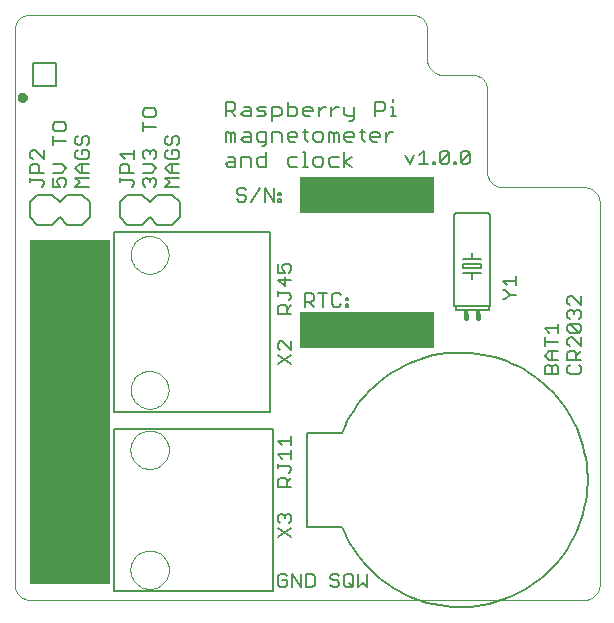
<source format=gto>
G75*
G70*
%OFA0B0*%
%FSLAX24Y24*%
%IPPOS*%
%LPD*%
%AMOC8*
5,1,8,0,0,1.08239X$1,22.5*
%
%ADD10C,0.0000*%
%ADD11C,0.0050*%
%ADD12C,0.0070*%
%ADD13R,0.4500X0.1200*%
%ADD14R,0.2700X1.1500*%
%ADD15C,0.0160*%
%ADD16C,0.0060*%
%ADD17R,0.0160X0.0230*%
%ADD18C,0.0080*%
D10*
X002680Y002680D02*
X021180Y002680D01*
X021224Y002682D01*
X021267Y002688D01*
X021309Y002697D01*
X021351Y002710D01*
X021391Y002727D01*
X021430Y002747D01*
X021467Y002770D01*
X021501Y002797D01*
X021534Y002826D01*
X021563Y002859D01*
X021590Y002893D01*
X021613Y002930D01*
X021633Y002969D01*
X021650Y003009D01*
X021663Y003051D01*
X021672Y003093D01*
X021678Y003136D01*
X021680Y003180D01*
X021680Y015930D01*
X021678Y015974D01*
X021672Y016017D01*
X021663Y016059D01*
X021650Y016101D01*
X021633Y016141D01*
X021613Y016180D01*
X021590Y016217D01*
X021563Y016251D01*
X021534Y016284D01*
X021501Y016313D01*
X021467Y016340D01*
X021430Y016363D01*
X021391Y016383D01*
X021351Y016400D01*
X021309Y016413D01*
X021267Y016422D01*
X021224Y016428D01*
X021180Y016430D01*
X018430Y016430D01*
X018386Y016432D01*
X018343Y016438D01*
X018301Y016447D01*
X018259Y016460D01*
X018219Y016477D01*
X018180Y016497D01*
X018143Y016520D01*
X018109Y016547D01*
X018076Y016576D01*
X018047Y016609D01*
X018020Y016643D01*
X017997Y016680D01*
X017977Y016719D01*
X017960Y016759D01*
X017947Y016801D01*
X017938Y016843D01*
X017932Y016886D01*
X017930Y016930D01*
X017930Y019680D01*
X017928Y019724D01*
X017922Y019767D01*
X017913Y019809D01*
X017900Y019851D01*
X017883Y019891D01*
X017863Y019930D01*
X017840Y019967D01*
X017813Y020001D01*
X017784Y020034D01*
X017751Y020063D01*
X017717Y020090D01*
X017680Y020113D01*
X017641Y020133D01*
X017601Y020150D01*
X017559Y020163D01*
X017517Y020172D01*
X017474Y020178D01*
X017430Y020180D01*
X016430Y020180D01*
X016386Y020182D01*
X016343Y020188D01*
X016301Y020197D01*
X016259Y020210D01*
X016219Y020227D01*
X016180Y020247D01*
X016143Y020270D01*
X016109Y020297D01*
X016076Y020326D01*
X016047Y020359D01*
X016020Y020393D01*
X015997Y020430D01*
X015977Y020469D01*
X015960Y020509D01*
X015947Y020551D01*
X015938Y020593D01*
X015932Y020636D01*
X015930Y020680D01*
X015930Y021680D01*
X015928Y021724D01*
X015922Y021767D01*
X015913Y021809D01*
X015900Y021851D01*
X015883Y021891D01*
X015863Y021930D01*
X015840Y021967D01*
X015813Y022001D01*
X015784Y022034D01*
X015751Y022063D01*
X015717Y022090D01*
X015680Y022113D01*
X015641Y022133D01*
X015601Y022150D01*
X015559Y022163D01*
X015517Y022172D01*
X015474Y022178D01*
X015430Y022180D01*
X002680Y022180D01*
X002636Y022178D01*
X002593Y022172D01*
X002551Y022163D01*
X002509Y022150D01*
X002469Y022133D01*
X002430Y022113D01*
X002393Y022090D01*
X002359Y022063D01*
X002326Y022034D01*
X002297Y022001D01*
X002270Y021967D01*
X002247Y021930D01*
X002227Y021891D01*
X002210Y021851D01*
X002197Y021809D01*
X002188Y021767D01*
X002182Y021724D01*
X002180Y021680D01*
X002180Y003180D01*
X002182Y003136D01*
X002188Y003093D01*
X002197Y003051D01*
X002210Y003009D01*
X002227Y002969D01*
X002247Y002930D01*
X002270Y002893D01*
X002297Y002859D01*
X002326Y002826D01*
X002359Y002797D01*
X002393Y002770D01*
X002430Y002747D01*
X002469Y002727D01*
X002509Y002710D01*
X002551Y002697D01*
X002593Y002688D01*
X002636Y002682D01*
X002680Y002680D01*
X006040Y003680D02*
X006042Y003730D01*
X006048Y003780D01*
X006058Y003829D01*
X006071Y003878D01*
X006089Y003925D01*
X006110Y003971D01*
X006134Y004014D01*
X006162Y004056D01*
X006193Y004096D01*
X006227Y004133D01*
X006264Y004167D01*
X006304Y004198D01*
X006346Y004226D01*
X006389Y004250D01*
X006435Y004271D01*
X006482Y004289D01*
X006531Y004302D01*
X006580Y004312D01*
X006630Y004318D01*
X006680Y004320D01*
X006730Y004318D01*
X006780Y004312D01*
X006829Y004302D01*
X006878Y004289D01*
X006925Y004271D01*
X006971Y004250D01*
X007014Y004226D01*
X007056Y004198D01*
X007096Y004167D01*
X007133Y004133D01*
X007167Y004096D01*
X007198Y004056D01*
X007226Y004014D01*
X007250Y003971D01*
X007271Y003925D01*
X007289Y003878D01*
X007302Y003829D01*
X007312Y003780D01*
X007318Y003730D01*
X007320Y003680D01*
X007318Y003630D01*
X007312Y003580D01*
X007302Y003531D01*
X007289Y003482D01*
X007271Y003435D01*
X007250Y003389D01*
X007226Y003346D01*
X007198Y003304D01*
X007167Y003264D01*
X007133Y003227D01*
X007096Y003193D01*
X007056Y003162D01*
X007014Y003134D01*
X006971Y003110D01*
X006925Y003089D01*
X006878Y003071D01*
X006829Y003058D01*
X006780Y003048D01*
X006730Y003042D01*
X006680Y003040D01*
X006630Y003042D01*
X006580Y003048D01*
X006531Y003058D01*
X006482Y003071D01*
X006435Y003089D01*
X006389Y003110D01*
X006346Y003134D01*
X006304Y003162D01*
X006264Y003193D01*
X006227Y003227D01*
X006193Y003264D01*
X006162Y003304D01*
X006134Y003346D01*
X006110Y003389D01*
X006089Y003435D01*
X006071Y003482D01*
X006058Y003531D01*
X006048Y003580D01*
X006042Y003630D01*
X006040Y003680D01*
X006040Y007680D02*
X006042Y007730D01*
X006048Y007780D01*
X006058Y007829D01*
X006071Y007878D01*
X006089Y007925D01*
X006110Y007971D01*
X006134Y008014D01*
X006162Y008056D01*
X006193Y008096D01*
X006227Y008133D01*
X006264Y008167D01*
X006304Y008198D01*
X006346Y008226D01*
X006389Y008250D01*
X006435Y008271D01*
X006482Y008289D01*
X006531Y008302D01*
X006580Y008312D01*
X006630Y008318D01*
X006680Y008320D01*
X006730Y008318D01*
X006780Y008312D01*
X006829Y008302D01*
X006878Y008289D01*
X006925Y008271D01*
X006971Y008250D01*
X007014Y008226D01*
X007056Y008198D01*
X007096Y008167D01*
X007133Y008133D01*
X007167Y008096D01*
X007198Y008056D01*
X007226Y008014D01*
X007250Y007971D01*
X007271Y007925D01*
X007289Y007878D01*
X007302Y007829D01*
X007312Y007780D01*
X007318Y007730D01*
X007320Y007680D01*
X007318Y007630D01*
X007312Y007580D01*
X007302Y007531D01*
X007289Y007482D01*
X007271Y007435D01*
X007250Y007389D01*
X007226Y007346D01*
X007198Y007304D01*
X007167Y007264D01*
X007133Y007227D01*
X007096Y007193D01*
X007056Y007162D01*
X007014Y007134D01*
X006971Y007110D01*
X006925Y007089D01*
X006878Y007071D01*
X006829Y007058D01*
X006780Y007048D01*
X006730Y007042D01*
X006680Y007040D01*
X006630Y007042D01*
X006580Y007048D01*
X006531Y007058D01*
X006482Y007071D01*
X006435Y007089D01*
X006389Y007110D01*
X006346Y007134D01*
X006304Y007162D01*
X006264Y007193D01*
X006227Y007227D01*
X006193Y007264D01*
X006162Y007304D01*
X006134Y007346D01*
X006110Y007389D01*
X006089Y007435D01*
X006071Y007482D01*
X006058Y007531D01*
X006048Y007580D01*
X006042Y007630D01*
X006040Y007680D01*
X006050Y009680D02*
X006052Y009730D01*
X006058Y009780D01*
X006068Y009829D01*
X006082Y009877D01*
X006099Y009924D01*
X006120Y009969D01*
X006145Y010013D01*
X006173Y010054D01*
X006205Y010093D01*
X006239Y010130D01*
X006276Y010164D01*
X006316Y010194D01*
X006358Y010221D01*
X006402Y010245D01*
X006448Y010266D01*
X006495Y010282D01*
X006543Y010295D01*
X006593Y010304D01*
X006642Y010309D01*
X006693Y010310D01*
X006743Y010307D01*
X006792Y010300D01*
X006841Y010289D01*
X006889Y010274D01*
X006935Y010256D01*
X006980Y010234D01*
X007023Y010208D01*
X007064Y010179D01*
X007103Y010147D01*
X007139Y010112D01*
X007171Y010074D01*
X007201Y010034D01*
X007228Y009991D01*
X007251Y009947D01*
X007270Y009901D01*
X007286Y009853D01*
X007298Y009804D01*
X007306Y009755D01*
X007310Y009705D01*
X007310Y009655D01*
X007306Y009605D01*
X007298Y009556D01*
X007286Y009507D01*
X007270Y009459D01*
X007251Y009413D01*
X007228Y009369D01*
X007201Y009326D01*
X007171Y009286D01*
X007139Y009248D01*
X007103Y009213D01*
X007064Y009181D01*
X007023Y009152D01*
X006980Y009126D01*
X006935Y009104D01*
X006889Y009086D01*
X006841Y009071D01*
X006792Y009060D01*
X006743Y009053D01*
X006693Y009050D01*
X006642Y009051D01*
X006593Y009056D01*
X006543Y009065D01*
X006495Y009078D01*
X006448Y009094D01*
X006402Y009115D01*
X006358Y009139D01*
X006316Y009166D01*
X006276Y009196D01*
X006239Y009230D01*
X006205Y009267D01*
X006173Y009306D01*
X006145Y009347D01*
X006120Y009391D01*
X006099Y009436D01*
X006082Y009483D01*
X006068Y009531D01*
X006058Y009580D01*
X006052Y009630D01*
X006050Y009680D01*
X006050Y014180D02*
X006052Y014230D01*
X006058Y014280D01*
X006068Y014329D01*
X006082Y014377D01*
X006099Y014424D01*
X006120Y014469D01*
X006145Y014513D01*
X006173Y014554D01*
X006205Y014593D01*
X006239Y014630D01*
X006276Y014664D01*
X006316Y014694D01*
X006358Y014721D01*
X006402Y014745D01*
X006448Y014766D01*
X006495Y014782D01*
X006543Y014795D01*
X006593Y014804D01*
X006642Y014809D01*
X006693Y014810D01*
X006743Y014807D01*
X006792Y014800D01*
X006841Y014789D01*
X006889Y014774D01*
X006935Y014756D01*
X006980Y014734D01*
X007023Y014708D01*
X007064Y014679D01*
X007103Y014647D01*
X007139Y014612D01*
X007171Y014574D01*
X007201Y014534D01*
X007228Y014491D01*
X007251Y014447D01*
X007270Y014401D01*
X007286Y014353D01*
X007298Y014304D01*
X007306Y014255D01*
X007310Y014205D01*
X007310Y014155D01*
X007306Y014105D01*
X007298Y014056D01*
X007286Y014007D01*
X007270Y013959D01*
X007251Y013913D01*
X007228Y013869D01*
X007201Y013826D01*
X007171Y013786D01*
X007139Y013748D01*
X007103Y013713D01*
X007064Y013681D01*
X007023Y013652D01*
X006980Y013626D01*
X006935Y013604D01*
X006889Y013586D01*
X006841Y013571D01*
X006792Y013560D01*
X006743Y013553D01*
X006693Y013550D01*
X006642Y013551D01*
X006593Y013556D01*
X006543Y013565D01*
X006495Y013578D01*
X006448Y013594D01*
X006402Y013615D01*
X006358Y013639D01*
X006316Y013666D01*
X006276Y013696D01*
X006239Y013730D01*
X006205Y013767D01*
X006173Y013806D01*
X006145Y013847D01*
X006120Y013891D01*
X006099Y013936D01*
X006082Y013983D01*
X006068Y014031D01*
X006058Y014080D01*
X006052Y014130D01*
X006050Y014180D01*
D11*
X006080Y016455D02*
X006155Y016530D01*
X006155Y016605D01*
X006080Y016680D01*
X005705Y016680D01*
X005705Y016605D02*
X005705Y016755D01*
X005705Y016915D02*
X005705Y017141D01*
X005780Y017216D01*
X005930Y017216D01*
X006005Y017141D01*
X006005Y016915D01*
X006155Y016915D02*
X005705Y016915D01*
X005855Y017376D02*
X005705Y017526D01*
X006155Y017526D01*
X006155Y017376D02*
X006155Y017676D01*
X006455Y017601D02*
X006455Y017451D01*
X006530Y017376D01*
X006455Y017216D02*
X006755Y017216D01*
X006905Y017066D01*
X006755Y016915D01*
X006455Y016915D01*
X006530Y016755D02*
X006605Y016755D01*
X006680Y016680D01*
X006755Y016755D01*
X006830Y016755D01*
X006905Y016680D01*
X006905Y016530D01*
X006830Y016455D01*
X006680Y016605D02*
X006680Y016680D01*
X006530Y016755D02*
X006455Y016680D01*
X006455Y016530D01*
X006530Y016455D01*
X007205Y016455D02*
X007355Y016605D01*
X007205Y016755D01*
X007655Y016755D01*
X007655Y016915D02*
X007355Y016915D01*
X007205Y017066D01*
X007355Y017216D01*
X007655Y017216D01*
X007580Y017376D02*
X007655Y017451D01*
X007655Y017601D01*
X007580Y017676D01*
X007430Y017676D01*
X007430Y017526D01*
X007280Y017376D02*
X007580Y017376D01*
X007430Y017216D02*
X007430Y016915D01*
X007280Y017376D02*
X007205Y017451D01*
X007205Y017601D01*
X007280Y017676D01*
X007280Y017836D02*
X007355Y017836D01*
X007430Y017911D01*
X007430Y018061D01*
X007505Y018136D01*
X007580Y018136D01*
X007655Y018061D01*
X007655Y017911D01*
X007580Y017836D01*
X007280Y017836D02*
X007205Y017911D01*
X007205Y018061D01*
X007280Y018136D01*
X006905Y018447D02*
X006455Y018447D01*
X006455Y018297D02*
X006455Y018597D01*
X006530Y018757D02*
X006830Y018757D01*
X006905Y018832D01*
X006905Y018982D01*
X006830Y019057D01*
X006530Y019057D01*
X006455Y018982D01*
X006455Y018832D01*
X006530Y018757D01*
X006530Y017676D02*
X006605Y017676D01*
X006680Y017601D01*
X006755Y017676D01*
X006830Y017676D01*
X006905Y017601D01*
X006905Y017451D01*
X006830Y017376D01*
X006680Y017526D02*
X006680Y017601D01*
X006530Y017676D02*
X006455Y017601D01*
X007205Y016455D02*
X007655Y016455D01*
X009594Y016330D02*
X009594Y016255D01*
X009669Y016180D01*
X009819Y016180D01*
X009894Y016105D01*
X009894Y016030D01*
X009819Y015955D01*
X009669Y015955D01*
X009594Y016030D01*
X009594Y016330D02*
X009669Y016405D01*
X009819Y016405D01*
X009894Y016330D01*
X010054Y015955D02*
X010354Y016405D01*
X010514Y016405D02*
X010815Y015955D01*
X010815Y016405D01*
X010975Y016255D02*
X010975Y016180D01*
X011050Y016180D01*
X011050Y016255D01*
X010975Y016255D01*
X010975Y016030D02*
X010975Y015955D01*
X011050Y015955D01*
X011050Y016030D01*
X010975Y016030D01*
X010514Y015955D02*
X010514Y016405D01*
X010955Y013886D02*
X010955Y013586D01*
X011180Y013586D01*
X011105Y013736D01*
X011105Y013811D01*
X011180Y013886D01*
X011330Y013886D01*
X011405Y013811D01*
X011405Y013661D01*
X011330Y013586D01*
X011180Y013426D02*
X011180Y013126D01*
X010955Y013351D01*
X011405Y013351D01*
X011330Y012891D02*
X010955Y012891D01*
X010955Y012816D02*
X010955Y012966D01*
X011330Y012891D02*
X011405Y012816D01*
X011405Y012740D01*
X011330Y012665D01*
X011405Y012505D02*
X011255Y012355D01*
X011255Y012430D02*
X011255Y012205D01*
X011405Y012205D02*
X010955Y012205D01*
X010955Y012430D01*
X011030Y012505D01*
X011180Y012505D01*
X011255Y012430D01*
X011844Y012455D02*
X011844Y012905D01*
X012069Y012905D01*
X012144Y012830D01*
X012144Y012680D01*
X012069Y012605D01*
X011844Y012605D01*
X011994Y012605D02*
X012144Y012455D01*
X012304Y012905D02*
X012604Y012905D01*
X012454Y012905D02*
X012454Y012455D01*
X012764Y012530D02*
X012764Y012830D01*
X012839Y012905D01*
X012990Y012905D01*
X013065Y012830D01*
X013225Y012755D02*
X013225Y012680D01*
X013300Y012680D01*
X013300Y012755D01*
X013225Y012755D01*
X013225Y012530D02*
X013225Y012455D01*
X013300Y012455D01*
X013300Y012530D01*
X013225Y012530D01*
X013065Y012530D02*
X012990Y012455D01*
X012839Y012455D01*
X012764Y012530D01*
X011405Y011295D02*
X011405Y010995D01*
X011105Y011295D01*
X011030Y011295D01*
X010955Y011220D01*
X010955Y011070D01*
X011030Y010995D01*
X010955Y010834D02*
X011405Y010534D01*
X011405Y010834D02*
X010955Y010534D01*
X011405Y008136D02*
X011405Y007836D01*
X011405Y007986D02*
X010955Y007986D01*
X011105Y007836D01*
X011405Y007676D02*
X011405Y007376D01*
X011405Y007526D02*
X010955Y007526D01*
X011105Y007376D01*
X010955Y007216D02*
X010955Y007066D01*
X010955Y007141D02*
X011330Y007141D01*
X011405Y007066D01*
X011405Y006990D01*
X011330Y006915D01*
X011405Y006755D02*
X011255Y006605D01*
X011255Y006680D02*
X011255Y006455D01*
X011405Y006455D02*
X010955Y006455D01*
X010955Y006680D01*
X011030Y006755D01*
X011180Y006755D01*
X011255Y006680D01*
X011255Y005545D02*
X011180Y005470D01*
X011180Y005395D01*
X011180Y005470D02*
X011105Y005545D01*
X011030Y005545D01*
X010955Y005470D01*
X010955Y005320D01*
X011030Y005245D01*
X010955Y005084D02*
X011405Y004784D01*
X011405Y005084D02*
X010955Y004784D01*
X011330Y005245D02*
X011405Y005320D01*
X011405Y005470D01*
X011330Y005545D01*
X011255Y005545D01*
X011180Y003555D02*
X011030Y003555D01*
X010955Y003480D01*
X010955Y003180D01*
X011030Y003105D01*
X011180Y003105D01*
X011255Y003180D01*
X011255Y003330D01*
X011105Y003330D01*
X011255Y003480D02*
X011180Y003555D01*
X011415Y003555D02*
X011716Y003105D01*
X011716Y003555D01*
X011876Y003555D02*
X012101Y003555D01*
X012176Y003480D01*
X012176Y003180D01*
X012101Y003105D01*
X011876Y003105D01*
X011876Y003555D01*
X011415Y003555D02*
X011415Y003105D01*
X012705Y003180D02*
X012780Y003105D01*
X012930Y003105D01*
X013005Y003180D01*
X013005Y003255D01*
X012930Y003330D01*
X012780Y003330D01*
X012705Y003405D01*
X012705Y003480D01*
X012780Y003555D01*
X012930Y003555D01*
X013005Y003480D01*
X013165Y003480D02*
X013165Y003180D01*
X013240Y003105D01*
X013391Y003105D01*
X013466Y003180D01*
X013466Y003480D01*
X013391Y003555D01*
X013240Y003555D01*
X013165Y003480D01*
X013316Y003255D02*
X013466Y003105D01*
X013626Y003105D02*
X013776Y003255D01*
X013926Y003105D01*
X013926Y003555D01*
X013626Y003555D02*
X013626Y003105D01*
X019855Y010205D02*
X019855Y010430D01*
X019930Y010505D01*
X020005Y010505D01*
X020080Y010430D01*
X020080Y010205D01*
X020305Y010205D02*
X020305Y010430D01*
X020230Y010505D01*
X020155Y010505D01*
X020080Y010430D01*
X020080Y010665D02*
X020080Y010966D01*
X020005Y010966D02*
X020305Y010966D01*
X020005Y010966D02*
X019855Y010816D01*
X020005Y010665D01*
X020305Y010665D01*
X020605Y010665D02*
X020605Y010891D01*
X020680Y010966D01*
X020830Y010966D01*
X020905Y010891D01*
X020905Y010665D01*
X021055Y010665D02*
X020605Y010665D01*
X020680Y010505D02*
X020605Y010430D01*
X020605Y010280D01*
X020680Y010205D01*
X020980Y010205D01*
X021055Y010280D01*
X021055Y010430D01*
X020980Y010505D01*
X020905Y010816D02*
X021055Y010966D01*
X021055Y011126D02*
X020755Y011426D01*
X020680Y011426D01*
X020605Y011351D01*
X020605Y011201D01*
X020680Y011126D01*
X020305Y011276D02*
X019855Y011276D01*
X019855Y011126D02*
X019855Y011426D01*
X020005Y011586D02*
X019855Y011736D01*
X020305Y011736D01*
X020305Y011586D02*
X020305Y011886D01*
X020605Y011811D02*
X020605Y011661D01*
X020680Y011586D01*
X020980Y011586D01*
X020680Y011886D01*
X020980Y011886D01*
X021055Y011811D01*
X021055Y011661D01*
X020980Y011586D01*
X021055Y011426D02*
X021055Y011126D01*
X020605Y011811D02*
X020680Y011886D01*
X020680Y012047D02*
X020605Y012122D01*
X020605Y012272D01*
X020680Y012347D01*
X020755Y012347D01*
X020830Y012272D01*
X020905Y012347D01*
X020980Y012347D01*
X021055Y012272D01*
X021055Y012122D01*
X020980Y012047D01*
X020830Y012197D02*
X020830Y012272D01*
X020680Y012507D02*
X020605Y012582D01*
X020605Y012732D01*
X020680Y012807D01*
X020755Y012807D01*
X021055Y012507D01*
X021055Y012807D01*
X018905Y012855D02*
X018680Y012855D01*
X018530Y013005D01*
X018455Y013005D01*
X018605Y013165D02*
X018455Y013316D01*
X018905Y013316D01*
X018905Y013466D02*
X018905Y013165D01*
X018680Y012855D02*
X018530Y012705D01*
X018455Y012705D01*
X019855Y010205D02*
X020305Y010205D01*
X017272Y017205D02*
X017122Y017205D01*
X017047Y017280D01*
X017347Y017580D01*
X017347Y017280D01*
X017272Y017205D01*
X017047Y017280D02*
X017047Y017580D01*
X017122Y017655D01*
X017272Y017655D01*
X017347Y017580D01*
X016891Y017280D02*
X016891Y017205D01*
X016816Y017205D01*
X016816Y017280D01*
X016891Y017280D01*
X016656Y017280D02*
X016581Y017205D01*
X016431Y017205D01*
X016356Y017280D01*
X016656Y017580D01*
X016656Y017280D01*
X016356Y017280D02*
X016356Y017580D01*
X016431Y017655D01*
X016581Y017655D01*
X016656Y017580D01*
X016201Y017280D02*
X016201Y017205D01*
X016126Y017205D01*
X016126Y017280D01*
X016201Y017280D01*
X015966Y017205D02*
X015665Y017205D01*
X015816Y017205D02*
X015816Y017655D01*
X015665Y017505D01*
X015505Y017505D02*
X015355Y017205D01*
X015205Y017505D01*
X003570Y019790D02*
X003570Y020570D01*
X002790Y020570D01*
X002790Y019790D01*
X003570Y019790D01*
X003530Y018597D02*
X003455Y018522D01*
X003455Y018372D01*
X003530Y018297D01*
X003830Y018297D01*
X003905Y018372D01*
X003905Y018522D01*
X003830Y018597D01*
X003530Y018597D01*
X003455Y018136D02*
X003455Y017836D01*
X003455Y017986D02*
X003905Y017986D01*
X004205Y018061D02*
X004205Y017911D01*
X004280Y017836D01*
X004355Y017836D01*
X004430Y017911D01*
X004430Y018061D01*
X004505Y018136D01*
X004580Y018136D01*
X004655Y018061D01*
X004655Y017911D01*
X004580Y017836D01*
X004580Y017676D02*
X004430Y017676D01*
X004430Y017526D01*
X004580Y017676D02*
X004655Y017601D01*
X004655Y017451D01*
X004580Y017376D01*
X004280Y017376D01*
X004205Y017451D01*
X004205Y017601D01*
X004280Y017676D01*
X004205Y018061D02*
X004280Y018136D01*
X004355Y017216D02*
X004655Y017216D01*
X004430Y017216D02*
X004430Y016915D01*
X004355Y016915D02*
X004205Y017066D01*
X004355Y017216D01*
X004355Y016915D02*
X004655Y016915D01*
X004655Y016755D02*
X004205Y016755D01*
X004355Y016605D01*
X004205Y016455D01*
X004655Y016455D01*
X003905Y016530D02*
X003830Y016455D01*
X003905Y016530D02*
X003905Y016680D01*
X003830Y016755D01*
X003680Y016755D01*
X003605Y016680D01*
X003605Y016605D01*
X003680Y016455D01*
X003455Y016455D01*
X003455Y016755D01*
X003455Y016915D02*
X003755Y016915D01*
X003905Y017066D01*
X003755Y017216D01*
X003455Y017216D01*
X003155Y017376D02*
X003155Y017676D01*
X003155Y017376D02*
X002855Y017676D01*
X002780Y017676D01*
X002705Y017601D01*
X002705Y017451D01*
X002780Y017376D01*
X002780Y017216D02*
X002930Y017216D01*
X003005Y017141D01*
X003005Y016915D01*
X003155Y016915D02*
X002705Y016915D01*
X002705Y017141D01*
X002780Y017216D01*
X002705Y016755D02*
X002705Y016605D01*
X002705Y016680D02*
X003080Y016680D01*
X003155Y016605D01*
X003155Y016530D01*
X003080Y016455D01*
D12*
X009215Y017197D02*
X009297Y017278D01*
X009542Y017278D01*
X009542Y017360D02*
X009542Y017115D01*
X009297Y017115D01*
X009215Y017197D01*
X009297Y017442D02*
X009460Y017442D01*
X009542Y017360D01*
X009731Y017442D02*
X009976Y017442D01*
X010058Y017360D01*
X010058Y017115D01*
X010246Y017197D02*
X010246Y017360D01*
X010328Y017442D01*
X010573Y017442D01*
X010573Y017605D02*
X010573Y017115D01*
X010328Y017115D01*
X010246Y017197D01*
X009731Y017115D02*
X009731Y017442D01*
X009812Y017955D02*
X009731Y018037D01*
X009812Y018118D01*
X010058Y018118D01*
X010058Y018200D02*
X010058Y017955D01*
X009812Y017955D01*
X009542Y017955D02*
X009542Y018200D01*
X009460Y018282D01*
X009378Y018200D01*
X009378Y017955D01*
X009215Y017955D02*
X009215Y018282D01*
X009297Y018282D01*
X009378Y018200D01*
X009812Y018282D02*
X009976Y018282D01*
X010058Y018200D01*
X010246Y018200D02*
X010328Y018282D01*
X010573Y018282D01*
X010573Y017873D01*
X010491Y017792D01*
X010410Y017792D01*
X010328Y017955D02*
X010573Y017955D01*
X010762Y017955D02*
X010762Y018282D01*
X011007Y018282D01*
X011089Y018200D01*
X011089Y017955D01*
X011278Y018037D02*
X011278Y018200D01*
X011359Y018282D01*
X011523Y018282D01*
X011605Y018200D01*
X011605Y018118D01*
X011278Y018118D01*
X011278Y018037D02*
X011359Y017955D01*
X011523Y017955D01*
X011875Y018037D02*
X011957Y017955D01*
X011875Y018037D02*
X011875Y018364D01*
X011793Y018282D02*
X011957Y018282D01*
X012137Y018200D02*
X012137Y018037D01*
X012219Y017955D01*
X012382Y017955D01*
X012464Y018037D01*
X012464Y018200D01*
X012382Y018282D01*
X012219Y018282D01*
X012137Y018200D01*
X012653Y018282D02*
X012653Y017955D01*
X012816Y017955D02*
X012816Y018200D01*
X012898Y018282D01*
X012980Y018200D01*
X012980Y017955D01*
X013168Y018037D02*
X013168Y018200D01*
X013250Y018282D01*
X013413Y018282D01*
X013495Y018200D01*
X013495Y018118D01*
X013168Y018118D01*
X013168Y018037D02*
X013250Y017955D01*
X013413Y017955D01*
X013766Y018037D02*
X013847Y017955D01*
X013766Y018037D02*
X013766Y018364D01*
X013684Y018282D02*
X013847Y018282D01*
X014028Y018200D02*
X014109Y018282D01*
X014273Y018282D01*
X014355Y018200D01*
X014355Y018118D01*
X014028Y018118D01*
X014028Y018037D02*
X014028Y018200D01*
X014028Y018037D02*
X014109Y017955D01*
X014273Y017955D01*
X014543Y017955D02*
X014543Y018282D01*
X014543Y018118D02*
X014707Y018282D01*
X014788Y018282D01*
X014797Y018795D02*
X014797Y019122D01*
X014715Y019122D01*
X014797Y019285D02*
X014797Y019367D01*
X014526Y019204D02*
X014526Y019040D01*
X014445Y018958D01*
X014200Y018958D01*
X014200Y018795D02*
X014200Y019285D01*
X014445Y019285D01*
X014526Y019204D01*
X014715Y018795D02*
X014879Y018795D01*
X013495Y018795D02*
X013250Y018795D01*
X013168Y018877D01*
X013168Y019122D01*
X012984Y019122D02*
X012902Y019122D01*
X012739Y018958D01*
X012739Y018795D02*
X012739Y019122D01*
X012554Y019122D02*
X012472Y019122D01*
X012309Y018958D01*
X012309Y018795D02*
X012309Y019122D01*
X012120Y019040D02*
X012120Y018958D01*
X011793Y018958D01*
X011793Y018877D02*
X011793Y019040D01*
X011875Y019122D01*
X012038Y019122D01*
X012120Y019040D01*
X012038Y018795D02*
X011875Y018795D01*
X011793Y018877D01*
X011605Y018877D02*
X011605Y019040D01*
X011523Y019122D01*
X011278Y019122D01*
X011278Y019285D02*
X011278Y018795D01*
X011523Y018795D01*
X011605Y018877D01*
X011089Y018877D02*
X011007Y018795D01*
X010762Y018795D01*
X010762Y018632D02*
X010762Y019122D01*
X011007Y019122D01*
X011089Y019040D01*
X011089Y018877D01*
X010573Y018877D02*
X010491Y018958D01*
X010328Y018958D01*
X010246Y019040D01*
X010328Y019122D01*
X010573Y019122D01*
X010573Y018877D02*
X010491Y018795D01*
X010246Y018795D01*
X010058Y018795D02*
X010058Y019040D01*
X009976Y019122D01*
X009812Y019122D01*
X009812Y018958D02*
X009731Y018877D01*
X009812Y018795D01*
X010058Y018795D01*
X010058Y018958D02*
X009812Y018958D01*
X009542Y019040D02*
X009460Y018958D01*
X009215Y018958D01*
X009215Y018795D02*
X009215Y019285D01*
X009460Y019285D01*
X009542Y019204D01*
X009542Y019040D01*
X009378Y018958D02*
X009542Y018795D01*
X010246Y018200D02*
X010246Y018037D01*
X010328Y017955D01*
X011278Y017360D02*
X011278Y017197D01*
X011359Y017115D01*
X011605Y017115D01*
X011793Y017115D02*
X011957Y017115D01*
X011875Y017115D02*
X011875Y017605D01*
X011793Y017605D01*
X011605Y017442D02*
X011359Y017442D01*
X011278Y017360D01*
X012137Y017360D02*
X012137Y017197D01*
X012219Y017115D01*
X012382Y017115D01*
X012464Y017197D01*
X012464Y017360D01*
X012382Y017442D01*
X012219Y017442D01*
X012137Y017360D01*
X012653Y017360D02*
X012653Y017197D01*
X012734Y017115D01*
X012980Y017115D01*
X013168Y017115D02*
X013168Y017605D01*
X012980Y017442D02*
X012734Y017442D01*
X012653Y017360D01*
X013168Y017278D02*
X013413Y017442D01*
X013168Y017278D02*
X013413Y017115D01*
X012816Y018200D02*
X012734Y018282D01*
X012653Y018282D01*
X013332Y018632D02*
X013413Y018632D01*
X013495Y018713D01*
X013495Y019122D01*
D13*
X013930Y016180D03*
X013930Y011680D03*
D14*
X004030Y008930D03*
D15*
X002350Y019430D02*
X002352Y019447D01*
X002357Y019464D01*
X002366Y019478D01*
X002378Y019491D01*
X002393Y019501D01*
X002409Y019507D01*
X002426Y019510D01*
X002443Y019509D01*
X002460Y019504D01*
X002475Y019496D01*
X002488Y019485D01*
X002499Y019471D01*
X002506Y019456D01*
X002510Y019439D01*
X002510Y019421D01*
X002506Y019404D01*
X002499Y019389D01*
X002488Y019375D01*
X002475Y019364D01*
X002460Y019356D01*
X002443Y019351D01*
X002426Y019350D01*
X002409Y019353D01*
X002393Y019359D01*
X002378Y019369D01*
X002366Y019382D01*
X002357Y019396D01*
X002352Y019413D01*
X002350Y019430D01*
X017230Y012180D02*
X017230Y012080D01*
X017630Y012080D02*
X017630Y012180D01*
D16*
X017980Y012330D02*
X017980Y012480D01*
X016880Y012480D01*
X016830Y012480D01*
X016830Y015480D01*
X016832Y015497D01*
X016836Y015514D01*
X016843Y015530D01*
X016853Y015544D01*
X016866Y015557D01*
X016880Y015567D01*
X016896Y015574D01*
X016913Y015578D01*
X016930Y015580D01*
X017930Y015580D01*
X017947Y015578D01*
X017964Y015574D01*
X017980Y015567D01*
X017994Y015557D01*
X018007Y015544D01*
X018017Y015530D01*
X018024Y015514D01*
X018028Y015497D01*
X018030Y015480D01*
X018030Y012480D01*
X017980Y012480D01*
X017980Y012330D02*
X016880Y012330D01*
X016880Y012480D01*
X017430Y013380D02*
X017430Y013580D01*
X017730Y013580D01*
X017730Y013730D02*
X017730Y013880D01*
X017130Y013880D01*
X017130Y013730D01*
X017730Y013730D01*
X017730Y014030D02*
X017430Y014030D01*
X017430Y014230D01*
X017430Y014030D02*
X017130Y014030D01*
X017130Y013580D02*
X017430Y013580D01*
D17*
X017230Y012195D03*
X017630Y012195D03*
D18*
X013100Y008255D02*
X011919Y008255D01*
X011919Y005105D01*
X013100Y005105D01*
X010780Y002980D02*
X010780Y008380D01*
X005499Y008380D01*
X005499Y002980D01*
X010780Y002980D01*
X010680Y008930D02*
X005499Y008930D01*
X005499Y014930D01*
X010680Y014930D01*
X010680Y008930D01*
X013100Y008255D02*
X013182Y008445D01*
X013273Y008631D01*
X013373Y008813D01*
X013481Y008989D01*
X013598Y009160D01*
X013723Y009325D01*
X013857Y009484D01*
X013997Y009636D01*
X014145Y009781D01*
X014300Y009919D01*
X014462Y010048D01*
X014629Y010170D01*
X014803Y010284D01*
X014981Y010388D01*
X015165Y010484D01*
X015353Y010571D01*
X015545Y010649D01*
X015741Y010717D01*
X015940Y010776D01*
X016141Y010824D01*
X016345Y010863D01*
X016550Y010892D01*
X016756Y010911D01*
X016963Y010919D01*
X017170Y010918D01*
X017377Y010906D01*
X017583Y010885D01*
X017788Y010853D01*
X017991Y010811D01*
X018192Y010760D01*
X018389Y010699D01*
X018584Y010628D01*
X018775Y010547D01*
X018962Y010458D01*
X019144Y010359D01*
X019321Y010252D01*
X019493Y010136D01*
X019659Y010012D01*
X019819Y009880D01*
X019972Y009740D01*
X020118Y009593D01*
X020256Y009439D01*
X020387Y009279D01*
X020510Y009112D01*
X020625Y008939D01*
X020731Y008761D01*
X020828Y008578D01*
X020916Y008391D01*
X020995Y008199D01*
X021065Y008004D01*
X021125Y007806D01*
X021175Y007605D01*
X021215Y007402D01*
X021245Y007197D01*
X021266Y006991D01*
X021276Y006784D01*
X021276Y006576D01*
X021266Y006369D01*
X021245Y006163D01*
X021215Y005958D01*
X021175Y005755D01*
X021125Y005554D01*
X021065Y005356D01*
X020995Y005161D01*
X020916Y004969D01*
X020828Y004782D01*
X020731Y004599D01*
X020625Y004421D01*
X020510Y004248D01*
X020387Y004081D01*
X020256Y003921D01*
X020118Y003767D01*
X019972Y003620D01*
X019819Y003480D01*
X019659Y003348D01*
X019493Y003224D01*
X019321Y003108D01*
X019144Y003001D01*
X018962Y002902D01*
X018775Y002813D01*
X018584Y002732D01*
X018389Y002661D01*
X018192Y002600D01*
X017991Y002549D01*
X017788Y002507D01*
X017583Y002475D01*
X017377Y002454D01*
X017170Y002442D01*
X016963Y002441D01*
X016756Y002449D01*
X016550Y002468D01*
X016345Y002497D01*
X016141Y002536D01*
X015940Y002584D01*
X015741Y002643D01*
X015545Y002711D01*
X015353Y002789D01*
X015165Y002876D01*
X014981Y002972D01*
X014803Y003076D01*
X014629Y003190D01*
X014462Y003312D01*
X014300Y003441D01*
X014145Y003579D01*
X013997Y003724D01*
X013857Y003876D01*
X013723Y004035D01*
X013598Y004200D01*
X013481Y004371D01*
X013373Y004547D01*
X013273Y004729D01*
X013182Y004915D01*
X013100Y005105D01*
X007430Y015180D02*
X006930Y015180D01*
X006680Y015430D01*
X006430Y015180D01*
X005930Y015180D01*
X005680Y015430D01*
X005680Y015930D01*
X005930Y016180D01*
X006430Y016180D01*
X006680Y015930D01*
X006930Y016180D01*
X007430Y016180D01*
X007680Y015930D01*
X007680Y015430D01*
X007430Y015180D01*
X004680Y015430D02*
X004680Y015930D01*
X004430Y016180D01*
X003930Y016180D01*
X003680Y015930D01*
X003430Y016180D01*
X002930Y016180D01*
X002680Y015930D01*
X002680Y015430D01*
X002930Y015180D01*
X003430Y015180D01*
X003680Y015430D01*
X003930Y015180D01*
X004430Y015180D01*
X004680Y015430D01*
M02*

</source>
